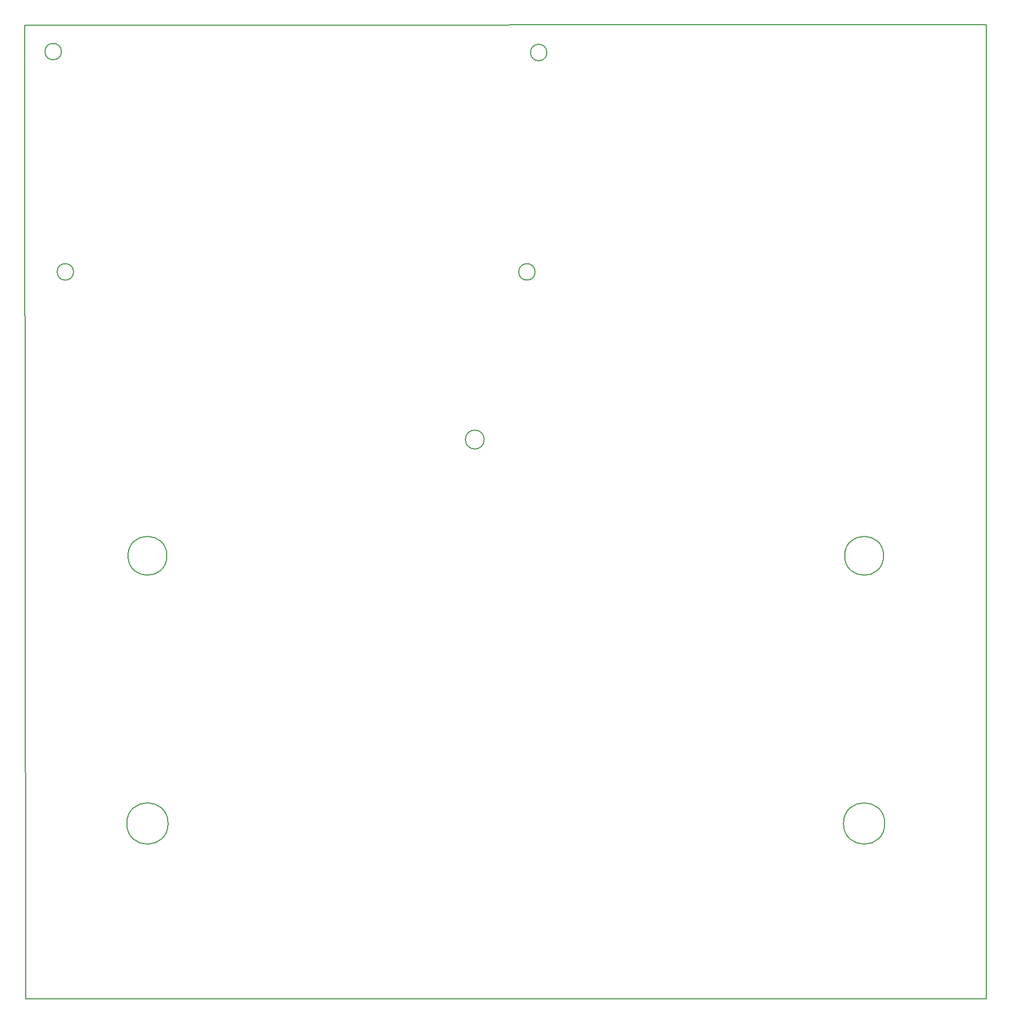
<source format=gbp>
G04 #@! TF.GenerationSoftware,KiCad,Pcbnew,(5.1.5)-3*
G04 #@! TF.CreationDate,2020-02-20T12:19:50+01:00*
G04 #@! TF.ProjectId,carecasetester,63617265-6361-4736-9574-65737465722e,rev?*
G04 #@! TF.SameCoordinates,Original*
G04 #@! TF.FileFunction,Paste,Bot*
G04 #@! TF.FilePolarity,Positive*
%FSLAX46Y46*%
G04 Gerber Fmt 4.6, Leading zero omitted, Abs format (unit mm)*
G04 Created by KiCad (PCBNEW (5.1.5)-3) date 2020-02-20 12:19:50*
%MOMM*%
%LPD*%
G04 APERTURE LIST*
%ADD10C,0.200000*%
G04 APERTURE END LIST*
D10*
X77000000Y-20080000D02*
X77000000Y-10080000D01*
X235330000Y-10030000D02*
X235330000Y-20030000D01*
X83040924Y-14450000D02*
G75*
G03X83040924Y-14450000I-1352821J0D01*
G01*
X162982821Y-14600000D02*
G75*
G03X162982821Y-14600000I-1352821J0D01*
G01*
X161040924Y-50710000D02*
G75*
G03X161040924Y-50710000I-1352821J0D01*
G01*
X85040924Y-50710000D02*
G75*
G03X85040924Y-50710000I-1352821J0D01*
G01*
X77000000Y-20080000D02*
X77150000Y-170400000D01*
X235330000Y-10030000D02*
X77000000Y-10080000D01*
X235290000Y-170410000D02*
X235330000Y-20030000D01*
X77150000Y-170400000D02*
X235290000Y-170410000D01*
X152660000Y-78311679D02*
G75*
G03X152660000Y-78311679I-1550000J0D01*
G01*
X100610000Y-141520000D02*
G75*
G03X100610000Y-141520000I-3400000J0D01*
G01*
X218610000Y-141520000D02*
G75*
G03X218610000Y-141520000I-3400000J0D01*
G01*
X218410000Y-97450000D02*
G75*
G03X218410000Y-97450000I-3200000J0D01*
G01*
X100410000Y-97450000D02*
G75*
G03X100410000Y-97450000I-3200000J0D01*
G01*
M02*

</source>
